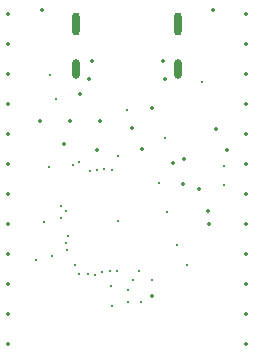
<source format=gbr>
%TF.GenerationSoftware,KiCad,Pcbnew,6.0.0*%
%TF.CreationDate,2022-01-30T15:16:09-05:00*%
%TF.ProjectId,stm32wb55ce_development_board,73746d33-3277-4623-9535-63655f646576,rev?*%
%TF.SameCoordinates,Original*%
%TF.FileFunction,Legend,Bot*%
%TF.FilePolarity,Positive*%
%FSLAX46Y46*%
G04 Gerber Fmt 4.6, Leading zero omitted, Abs format (unit mm)*
G04 Created by KiCad (PCBNEW 6.0.0) date 2022-01-30 15:16:09*
%MOMM*%
%LPD*%
G01*
G04 APERTURE LIST*
%ADD10C,0.350000*%
%ADD11C,0.250000*%
%ADD12O,0.650000X1.950000*%
%ADD13O,0.650000X1.650000*%
G04 APERTURE END LIST*
D10*
X166240000Y-74110000D03*
D11*
X169160005Y-81280000D03*
X165050000Y-82030000D03*
D10*
X161800000Y-71230000D03*
X170630000Y-76790000D03*
X160500000Y-75500000D03*
X169740000Y-77120000D03*
X172660000Y-81120000D03*
X173300000Y-74190000D03*
X167950000Y-72440000D03*
X172750000Y-82250000D03*
X163250000Y-76000000D03*
D11*
X169000000Y-75000000D03*
X165900000Y-88850000D03*
X164530000Y-89210000D03*
X167000000Y-88850000D03*
D10*
X167880000Y-88340000D03*
D11*
X166810000Y-86250000D03*
X159185000Y-77400000D03*
X158800000Y-82100000D03*
X159485464Y-84962744D03*
X170900000Y-85700000D03*
X161750000Y-77000000D03*
D10*
X174250000Y-76000000D03*
D11*
X161250000Y-77250000D03*
D10*
X170520000Y-78850000D03*
X171870000Y-79330000D03*
X167060000Y-75900000D03*
D11*
X164485618Y-87545618D03*
X165930000Y-87830000D03*
X158100000Y-85300000D03*
X166300000Y-86960000D03*
X167957103Y-86992897D03*
X162633920Y-77733614D03*
X163233456Y-77709731D03*
X163827143Y-77622842D03*
X164546156Y-77703854D03*
X165000000Y-76500000D03*
X168500000Y-78750000D03*
X170000000Y-84000000D03*
X174000000Y-79000000D03*
X174000000Y-77350000D03*
X164963226Y-86222957D03*
X164344976Y-86207900D03*
X160620006Y-83869996D03*
X160793315Y-83250010D03*
X165800000Y-72600000D03*
X160180002Y-81780000D03*
X160667281Y-81181854D03*
X163671457Y-86336682D03*
X163124335Y-86582997D03*
X162527921Y-86517385D03*
X161750000Y-86500000D03*
X161434517Y-85728421D03*
X160750000Y-84500000D03*
D10*
X173050000Y-64150000D03*
D11*
X159300000Y-69675000D03*
D10*
X162625000Y-69975000D03*
X169050000Y-69975000D03*
X158625000Y-64175000D03*
D11*
X160200000Y-80755000D03*
X159775000Y-71650000D03*
X172125000Y-70200000D03*
D10*
X175920000Y-64480000D03*
X175920000Y-67020000D03*
X175920000Y-69560000D03*
X175920000Y-72100000D03*
X175920000Y-74640000D03*
X175920000Y-77180000D03*
X175920000Y-79720000D03*
X175920000Y-82260000D03*
X175920000Y-84800000D03*
X175920000Y-87340000D03*
X175920000Y-89880000D03*
X175920000Y-92420000D03*
X155740000Y-64520000D03*
X155740000Y-67060000D03*
X155740000Y-69600000D03*
X155740000Y-72140000D03*
X155740000Y-74680000D03*
X155740000Y-77220000D03*
X155740000Y-79760000D03*
X155740000Y-82300000D03*
X155740000Y-84840000D03*
X155740000Y-87380000D03*
X155740000Y-89920000D03*
X155740000Y-92460000D03*
X158450000Y-73550000D03*
X160990000Y-73550000D03*
X163530000Y-73550000D03*
D12*
X161505000Y-65325000D03*
X170145000Y-65325000D03*
D13*
X161505000Y-69150000D03*
X170145000Y-69150000D03*
D10*
X168825000Y-68425000D03*
X162825000Y-68425000D03*
X162825000Y-68425000D03*
M02*

</source>
